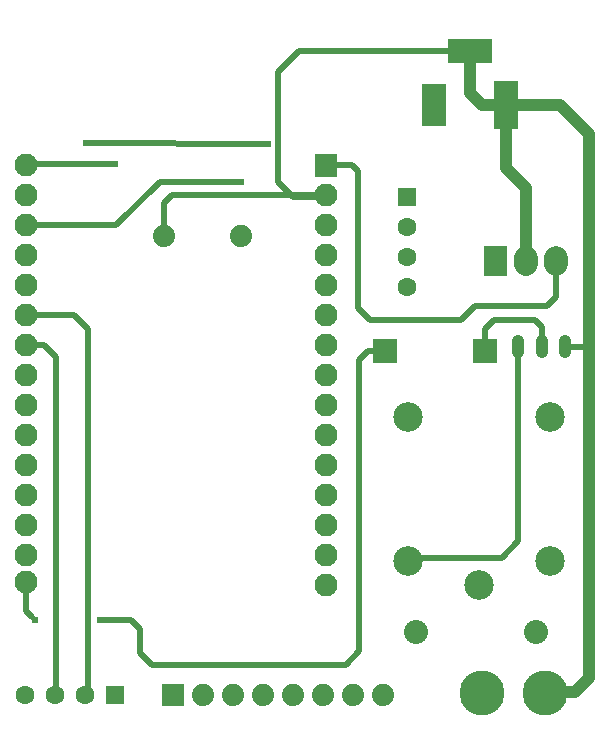
<source format=gbl>
G04 Layer: BottomLayer*
G04 EasyEDA v6.3.22, 2020-01-15T09:47:29+05:30*
G04 df7ee3fc161541079e6ef3371bf9abd3,b6e8962e620740079bb188d2402746ea,10*
G04 Gerber Generator version 0.2*
G04 Scale: 100 percent, Rotated: No, Reflected: No *
G04 Dimensions in millimeters *
G04 leading zeros omitted , absolute positions ,3 integer and 3 decimal *
%FSLAX33Y33*%
%MOMM*%
G90*
G71D02*

%ADD11C,0.499999*%
%ADD12C,0.999998*%
%ADD13C,0.609600*%
%ADD14C,3.810000*%
%ADD15R,1.999996X1.999996*%
%ADD16C,1.949958*%
%ADD18R,1.599997X1.599997*%
%ADD19C,1.599997*%
%ADD20R,1.879600X1.879600*%
%ADD21C,1.879600*%
%ADD22C,2.499995*%
%ADD23C,2.032000*%
%ADD25R,2.032000X3.657600*%
%ADD28C,1.999996*%

%LPD*%
G54D11*
G01X40767Y31750D02*
G01X40767Y33655D01*
G01X41529Y34417D01*
G01X42151Y34417D01*
G01X42151Y34417D01*
G01X44958Y34417D01*
G01X45572Y33761D01*
G01X45572Y32131D01*
G54D12*
G01X42545Y52578D02*
G01X47117Y52578D01*
G01X49530Y50165D01*
G01X49530Y4064D01*
G01X48387Y2921D01*
G01X45974Y2921D01*
G01X45847Y2794D01*
G01X39497Y57150D02*
G01X39497Y53594D01*
G01X40513Y52578D01*
G01X42545Y52578D01*
G54D11*
G01X39497Y57150D02*
G01X25019Y57150D01*
G01X23241Y55372D01*
G01X23241Y46101D01*
G01X24511Y44831D01*
G01X27178Y44831D01*
G01X27305Y44958D01*
G54D12*
G01X42545Y52578D02*
G01X42545Y47244D01*
G01X44196Y45593D01*
G01X44196Y39370D01*
G54D11*
G01X1905Y34798D02*
G01X5969Y34798D01*
G01X7112Y33655D01*
G01X7112Y2921D01*
G01X6858Y2667D01*
G01X1905Y32258D02*
G01X3429Y32258D01*
G01X4445Y31242D01*
G01X4445Y2794D01*
G01X4318Y2667D01*
G01X43569Y32131D02*
G01X43569Y15629D01*
G01X42164Y14224D01*
G01X34490Y14224D01*
G01X34229Y13962D01*
G01X47570Y32131D02*
G01X49530Y32131D01*
G01X27305Y47498D02*
G01X29464Y47498D01*
G01X29972Y46990D01*
G01X29972Y35433D01*
G01X30988Y34417D01*
G01X38735Y34417D01*
G01X39878Y35560D01*
G01X45974Y35560D01*
G01X46736Y36322D01*
G01X46736Y39370D01*
G01X6985Y49403D02*
G01X22352Y49276D01*
G01X1905Y42418D02*
G01X9525Y42418D01*
G01X13208Y46101D01*
G01X20066Y46101D01*
G01X13589Y41529D02*
G01X13589Y44323D01*
G01X14224Y44958D01*
G01X27305Y44958D01*
G01X1905Y12192D02*
G01X1905Y9779D01*
G01X2448Y9235D01*
G01X2417Y9235D01*
G01X32266Y31750D02*
G01X30861Y31750D01*
G01X30099Y30988D01*
G01X30099Y6350D01*
G01X28956Y5207D01*
G01X12573Y5207D01*
G01X11557Y6223D01*
G01X11557Y8255D01*
G01X10795Y9017D01*
G01X8128Y9017D01*
G01X9398Y47625D02*
G01X2032Y47625D01*
G01X1905Y47498D01*
G54D14*
G01X40513Y2794D03*
G01X45847Y2794D03*
G54D15*
G01X40767Y31750D03*
G54D16*
G01X1905Y12192D03*
G01X1905Y14478D03*
G01X1905Y17018D03*
G01X1905Y19558D03*
G01X1905Y22098D03*
G01X1905Y24638D03*
G01X1905Y27178D03*
G01X1905Y29718D03*
G01X1905Y32258D03*
G01X1905Y34798D03*
G01X1905Y37338D03*
G01X1905Y39878D03*
G01X1905Y42418D03*
G01X1905Y44958D03*
G01X1905Y47498D03*
G01X27305Y14478D03*
G01X27305Y17018D03*
G01X27305Y19558D03*
G01X27305Y22098D03*
G01X27305Y24638D03*
G01X27305Y27178D03*
G01X27305Y29718D03*
G01X27305Y32258D03*
G01X27305Y34798D03*
G01X27305Y37338D03*
G01X27305Y39878D03*
G01X27305Y42418D03*
G01X27305Y44958D03*
G36*
G01X28204Y48473D02*
G01X28204Y46522D01*
G01X26405Y46522D01*
G01X26405Y48473D01*
G01X28204Y48473D01*
G37*
G01X27305Y11938D03*
G54D18*
G01X9398Y2667D03*
G54D19*
G01X6858Y2667D03*
G01X4318Y2667D03*
G01X1778Y2667D03*
G54D20*
G01X14351Y2667D03*
G54D21*
G01X16891Y2667D03*
G01X19431Y2667D03*
G01X21971Y2667D03*
G01X24511Y2667D03*
G01X27051Y2667D03*
G01X29591Y2667D03*
G01X32131Y2667D03*
G01X13589Y41529D03*
G01X20091Y41529D03*
G54D22*
G01X46228Y26162D03*
G01X40228Y11963D03*
G01X34229Y26162D03*
G01X34229Y13962D03*
G01X46228Y13962D03*
G54D23*
G01X34893Y7924D03*
G01X45053Y7924D03*
G54D15*
G01X32266Y31750D03*
G01X40767Y31750D03*
G54D18*
G01X34163Y44831D03*
G54D19*
G01X34163Y42291D03*
G01X34163Y39751D03*
G01X34163Y37211D03*
G36*
G01X43561Y50579D02*
G01X41529Y50579D01*
G01X41529Y54576D01*
G01X43561Y54576D01*
G01X43561Y50579D01*
G37*
G54D25*
G01X36449Y52578D03*
G36*
G01X41325Y56134D02*
G01X37668Y56134D01*
G01X37668Y58166D01*
G01X41325Y58166D01*
G01X41325Y56134D01*
G37*
G36*
G01X40655Y40619D02*
G01X42656Y40619D01*
G01X42656Y38120D01*
G01X40655Y38120D01*
G01X40655Y40619D01*
G37*
G54D13*
G01X6985Y49403D03*
G01X22352Y49276D03*
G01X20066Y46101D03*
G01X2667Y9017D03*
G01X8128Y9017D03*
G01X9398Y47625D03*
G54D12*
G01X43569Y31631D02*
G01X43569Y32630D01*
G01X45571Y31631D02*
G01X45571Y32630D01*
G01X47570Y31631D02*
G01X47570Y32630D01*
G54D28*
G01X44196Y39619D02*
G01X44196Y39119D01*
G01X46736Y39619D02*
G01X46736Y39119D01*
M00*
M02*

</source>
